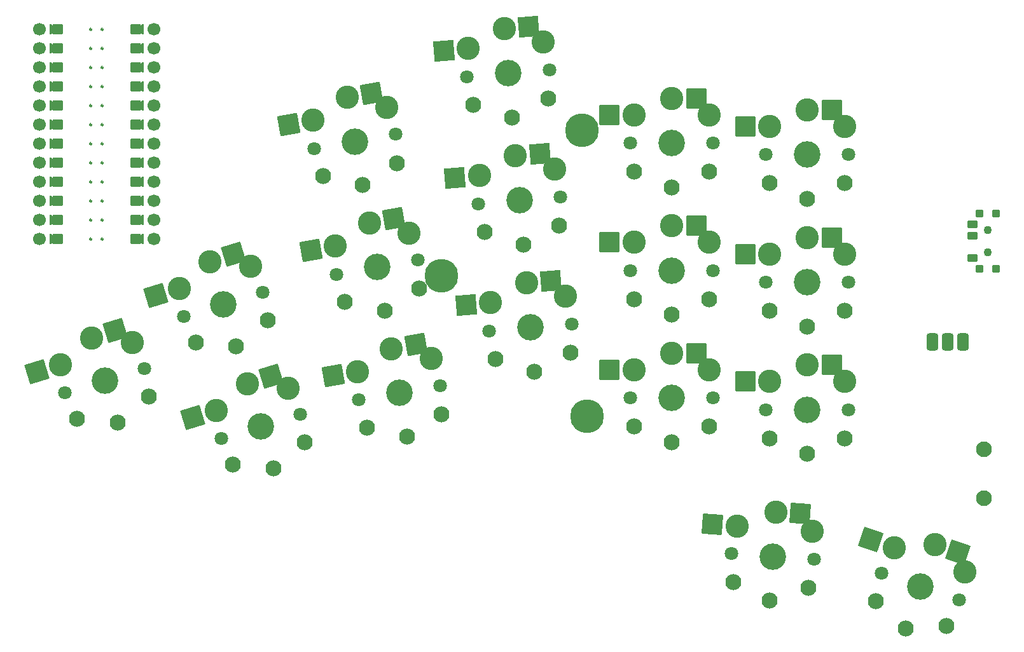
<source format=gts>
%TF.GenerationSoftware,KiCad,Pcbnew,(6.0.4-0)*%
%TF.CreationDate,2022-06-10T10:13:31+02:00*%
%TF.ProjectId,basbousa,62617362-6f75-4736-912e-6b696361645f,v1.0.0*%
%TF.SameCoordinates,Original*%
%TF.FileFunction,Soldermask,Top*%
%TF.FilePolarity,Negative*%
%FSLAX46Y46*%
G04 Gerber Fmt 4.6, Leading zero omitted, Abs format (unit mm)*
G04 Created by KiCad (PCBNEW (6.0.4-0)) date 2022-06-10 10:13:31*
%MOMM*%
%LPD*%
G01*
G04 APERTURE LIST*
G04 Aperture macros list*
%AMRoundRect*
0 Rectangle with rounded corners*
0 $1 Rounding radius*
0 $2 $3 $4 $5 $6 $7 $8 $9 X,Y pos of 4 corners*
0 Add a 4 corners polygon primitive as box body*
4,1,4,$2,$3,$4,$5,$6,$7,$8,$9,$2,$3,0*
0 Add four circle primitives for the rounded corners*
1,1,$1+$1,$2,$3*
1,1,$1+$1,$4,$5*
1,1,$1+$1,$6,$7*
1,1,$1+$1,$8,$9*
0 Add four rect primitives between the rounded corners*
20,1,$1+$1,$2,$3,$4,$5,0*
20,1,$1+$1,$4,$5,$6,$7,0*
20,1,$1+$1,$6,$7,$8,$9,0*
20,1,$1+$1,$8,$9,$2,$3,0*%
%AMFreePoly0*
4,1,14,0.035355,0.435355,0.635355,-0.164645,0.650000,-0.200000,0.650000,-0.400000,0.635355,-0.435355,0.600000,-0.450000,-0.600000,-0.450000,-0.635355,-0.435355,-0.650000,-0.400000,-0.650000,-0.200000,-0.635355,-0.164645,-0.035355,0.435355,0.000000,0.450000,0.035355,0.435355,0.035355,0.435355,$1*%
%AMFreePoly1*
4,1,16,0.635355,0.285355,0.650000,0.250000,0.650000,-1.000000,0.635355,-1.035355,0.600000,-1.050000,0.564645,-1.035355,0.000000,-0.470710,-0.564645,-1.035355,-0.600000,-1.050000,-0.635355,-1.035355,-0.650000,-1.000000,-0.650000,0.250000,-0.635355,0.285355,-0.600000,0.300000,0.600000,0.300000,0.635355,0.285355,0.635355,0.285355,$1*%
G04 Aperture macros list end*
%ADD10C,0.250000*%
%ADD11C,0.100000*%
%ADD12RoundRect,0.050000X-0.450000X0.450000X-0.450000X-0.450000X0.450000X-0.450000X0.450000X0.450000X0*%
%ADD13RoundRect,0.050000X-0.625000X0.450000X-0.625000X-0.450000X0.625000X-0.450000X0.625000X0.450000X0*%
%ADD14RoundRect,0.425000X-0.375000X-0.750000X0.375000X-0.750000X0.375000X0.750000X-0.375000X0.750000X0*%
%ADD15C,2.100000*%
%ADD16C,3.100000*%
%ADD17C,1.801800*%
%ADD18C,3.529000*%
%ADD19RoundRect,0.050000X-1.054507X-1.505993X1.505993X-1.054507X1.054507X1.505993X-1.505993X1.054507X0*%
%ADD20C,2.132000*%
%ADD21RoundRect,0.050000X-1.181751X-1.408356X1.408356X-1.181751X1.181751X1.408356X-1.408356X1.181751X0*%
%ADD22RoundRect,0.050000X-1.300000X-1.300000X1.300000X-1.300000X1.300000X1.300000X-1.300000X1.300000X0*%
%ADD23RoundRect,0.050000X-1.652413X-0.805936X0.805936X-1.652413X1.652413X0.805936X-0.805936X1.652413X0*%
%ADD24C,1.100000*%
%ADD25RoundRect,0.050000X-0.863113X-1.623279X1.623279X-0.863113X0.863113X1.623279X-1.623279X0.863113X0*%
%ADD26C,4.500000*%
%ADD27RoundRect,0.050000X-1.387517X-1.206150X1.206150X-1.387517X1.387517X1.206150X-1.206150X1.387517X0*%
%ADD28FreePoly0,270.000000*%
%ADD29C,1.700000*%
%ADD30FreePoly0,90.000000*%
%ADD31FreePoly1,90.000000*%
%ADD32FreePoly1,270.000000*%
G04 APERTURE END LIST*
D10*
%TO.C,*%
X39495000Y114808000D02*
G75*
G03*
X39495000Y114808000I-125000J0D01*
G01*
X37971000Y99568000D02*
G75*
G03*
X37971000Y99568000I-125000J0D01*
G01*
X39495000Y107188000D02*
G75*
G03*
X39495000Y107188000I-125000J0D01*
G01*
X37971000Y97028000D02*
G75*
G03*
X37971000Y97028000I-125000J0D01*
G01*
X39495000Y99568000D02*
G75*
G03*
X39495000Y99568000I-125000J0D01*
G01*
X39495000Y91948000D02*
G75*
G03*
X39495000Y91948000I-125000J0D01*
G01*
X37971000Y107188000D02*
G75*
G03*
X37971000Y107188000I-125000J0D01*
G01*
X39495000Y94488000D02*
G75*
G03*
X39495000Y94488000I-125000J0D01*
G01*
X37971000Y94488000D02*
G75*
G03*
X37971000Y94488000I-125000J0D01*
G01*
X39495000Y109728000D02*
G75*
G03*
X39495000Y109728000I-125000J0D01*
G01*
X39495000Y117348000D02*
G75*
G03*
X39495000Y117348000I-125000J0D01*
G01*
X39495000Y104648000D02*
G75*
G03*
X39495000Y104648000I-125000J0D01*
G01*
X37971000Y119888000D02*
G75*
G03*
X37971000Y119888000I-125000J0D01*
G01*
X37971000Y112268000D02*
G75*
G03*
X37971000Y112268000I-125000J0D01*
G01*
X37971000Y117348000D02*
G75*
G03*
X37971000Y117348000I-125000J0D01*
G01*
X39495000Y102108000D02*
G75*
G03*
X39495000Y102108000I-125000J0D01*
G01*
X39495000Y97028000D02*
G75*
G03*
X39495000Y97028000I-125000J0D01*
G01*
X39495000Y119888000D02*
G75*
G03*
X39495000Y119888000I-125000J0D01*
G01*
X37971000Y109728000D02*
G75*
G03*
X37971000Y109728000I-125000J0D01*
G01*
X37971000Y102108000D02*
G75*
G03*
X37971000Y102108000I-125000J0D01*
G01*
X37971000Y114808000D02*
G75*
G03*
X37971000Y114808000I-125000J0D01*
G01*
X39495000Y112268000D02*
G75*
G03*
X39495000Y112268000I-125000J0D01*
G01*
X37971000Y104648000D02*
G75*
G03*
X37971000Y104648000I-125000J0D01*
G01*
X37971000Y91948000D02*
G75*
G03*
X37971000Y91948000I-125000J0D01*
G01*
G36*
X44704000Y104140000D02*
G01*
X43688000Y104140000D01*
X43688000Y105156000D01*
X44704000Y105156000D01*
X44704000Y104140000D01*
G37*
D11*
X44704000Y104140000D02*
X43688000Y104140000D01*
X43688000Y105156000D01*
X44704000Y105156000D01*
X44704000Y104140000D01*
G36*
X44704000Y93980000D02*
G01*
X43688000Y93980000D01*
X43688000Y94996000D01*
X44704000Y94996000D01*
X44704000Y93980000D01*
G37*
X44704000Y93980000D02*
X43688000Y93980000D01*
X43688000Y94996000D01*
X44704000Y94996000D01*
X44704000Y93980000D01*
G36*
X33528000Y101600000D02*
G01*
X32512000Y101600000D01*
X32512000Y102616000D01*
X33528000Y102616000D01*
X33528000Y101600000D01*
G37*
X33528000Y101600000D02*
X32512000Y101600000D01*
X32512000Y102616000D01*
X33528000Y102616000D01*
X33528000Y101600000D01*
G36*
X33528000Y119380000D02*
G01*
X32512000Y119380000D01*
X32512000Y120396000D01*
X33528000Y120396000D01*
X33528000Y119380000D01*
G37*
X33528000Y119380000D02*
X32512000Y119380000D01*
X32512000Y120396000D01*
X33528000Y120396000D01*
X33528000Y119380000D01*
G36*
X44704000Y91440000D02*
G01*
X43688000Y91440000D01*
X43688000Y92456000D01*
X44704000Y92456000D01*
X44704000Y91440000D01*
G37*
X44704000Y91440000D02*
X43688000Y91440000D01*
X43688000Y92456000D01*
X44704000Y92456000D01*
X44704000Y91440000D01*
G36*
X33528000Y116840000D02*
G01*
X32512000Y116840000D01*
X32512000Y117856000D01*
X33528000Y117856000D01*
X33528000Y116840000D01*
G37*
X33528000Y116840000D02*
X32512000Y116840000D01*
X32512000Y117856000D01*
X33528000Y117856000D01*
X33528000Y116840000D01*
G36*
X44704000Y99060000D02*
G01*
X43688000Y99060000D01*
X43688000Y100076000D01*
X44704000Y100076000D01*
X44704000Y99060000D01*
G37*
X44704000Y99060000D02*
X43688000Y99060000D01*
X43688000Y100076000D01*
X44704000Y100076000D01*
X44704000Y99060000D01*
G36*
X33528000Y104140000D02*
G01*
X32512000Y104140000D01*
X32512000Y105156000D01*
X33528000Y105156000D01*
X33528000Y104140000D01*
G37*
X33528000Y104140000D02*
X32512000Y104140000D01*
X32512000Y105156000D01*
X33528000Y105156000D01*
X33528000Y104140000D01*
G36*
X33528000Y99060000D02*
G01*
X32512000Y99060000D01*
X32512000Y100076000D01*
X33528000Y100076000D01*
X33528000Y99060000D01*
G37*
X33528000Y99060000D02*
X32512000Y99060000D01*
X32512000Y100076000D01*
X33528000Y100076000D01*
X33528000Y99060000D01*
G36*
X33528000Y106680000D02*
G01*
X32512000Y106680000D01*
X32512000Y107696000D01*
X33528000Y107696000D01*
X33528000Y106680000D01*
G37*
X33528000Y106680000D02*
X32512000Y106680000D01*
X32512000Y107696000D01*
X33528000Y107696000D01*
X33528000Y106680000D01*
G36*
X44704000Y114300000D02*
G01*
X43688000Y114300000D01*
X43688000Y115316000D01*
X44704000Y115316000D01*
X44704000Y114300000D01*
G37*
X44704000Y114300000D02*
X43688000Y114300000D01*
X43688000Y115316000D01*
X44704000Y115316000D01*
X44704000Y114300000D01*
G36*
X44704000Y109220000D02*
G01*
X43688000Y109220000D01*
X43688000Y110236000D01*
X44704000Y110236000D01*
X44704000Y109220000D01*
G37*
X44704000Y109220000D02*
X43688000Y109220000D01*
X43688000Y110236000D01*
X44704000Y110236000D01*
X44704000Y109220000D01*
G36*
X33528000Y96520000D02*
G01*
X32512000Y96520000D01*
X32512000Y97536000D01*
X33528000Y97536000D01*
X33528000Y96520000D01*
G37*
X33528000Y96520000D02*
X32512000Y96520000D01*
X32512000Y97536000D01*
X33528000Y97536000D01*
X33528000Y96520000D01*
G36*
X44704000Y111760000D02*
G01*
X43688000Y111760000D01*
X43688000Y112776000D01*
X44704000Y112776000D01*
X44704000Y111760000D01*
G37*
X44704000Y111760000D02*
X43688000Y111760000D01*
X43688000Y112776000D01*
X44704000Y112776000D01*
X44704000Y111760000D01*
G36*
X44704000Y96520000D02*
G01*
X43688000Y96520000D01*
X43688000Y97536000D01*
X44704000Y97536000D01*
X44704000Y96520000D01*
G37*
X44704000Y96520000D02*
X43688000Y96520000D01*
X43688000Y97536000D01*
X44704000Y97536000D01*
X44704000Y96520000D01*
G36*
X33528000Y93980000D02*
G01*
X32512000Y93980000D01*
X32512000Y94996000D01*
X33528000Y94996000D01*
X33528000Y93980000D01*
G37*
X33528000Y93980000D02*
X32512000Y93980000D01*
X32512000Y94996000D01*
X33528000Y94996000D01*
X33528000Y93980000D01*
G36*
X33528000Y109220000D02*
G01*
X32512000Y109220000D01*
X32512000Y110236000D01*
X33528000Y110236000D01*
X33528000Y109220000D01*
G37*
X33528000Y109220000D02*
X32512000Y109220000D01*
X32512000Y110236000D01*
X33528000Y110236000D01*
X33528000Y109220000D01*
G36*
X44704000Y116840000D02*
G01*
X43688000Y116840000D01*
X43688000Y117856000D01*
X44704000Y117856000D01*
X44704000Y116840000D01*
G37*
X44704000Y116840000D02*
X43688000Y116840000D01*
X43688000Y117856000D01*
X44704000Y117856000D01*
X44704000Y116840000D01*
G36*
X33528000Y91440000D02*
G01*
X32512000Y91440000D01*
X32512000Y92456000D01*
X33528000Y92456000D01*
X33528000Y91440000D01*
G37*
X33528000Y91440000D02*
X32512000Y91440000D01*
X32512000Y92456000D01*
X33528000Y92456000D01*
X33528000Y91440000D01*
G36*
X33528000Y111760000D02*
G01*
X32512000Y111760000D01*
X32512000Y112776000D01*
X33528000Y112776000D01*
X33528000Y111760000D01*
G37*
X33528000Y111760000D02*
X32512000Y111760000D01*
X32512000Y112776000D01*
X33528000Y112776000D01*
X33528000Y111760000D01*
G36*
X33528000Y114300000D02*
G01*
X32512000Y114300000D01*
X32512000Y115316000D01*
X33528000Y115316000D01*
X33528000Y114300000D01*
G37*
X33528000Y114300000D02*
X32512000Y114300000D01*
X32512000Y115316000D01*
X33528000Y115316000D01*
X33528000Y114300000D01*
G36*
X44704000Y119380000D02*
G01*
X43688000Y119380000D01*
X43688000Y120396000D01*
X44704000Y120396000D01*
X44704000Y119380000D01*
G37*
X44704000Y119380000D02*
X43688000Y119380000D01*
X43688000Y120396000D01*
X44704000Y120396000D01*
X44704000Y119380000D01*
G36*
X44704000Y106680000D02*
G01*
X43688000Y106680000D01*
X43688000Y107696000D01*
X44704000Y107696000D01*
X44704000Y106680000D01*
G37*
X44704000Y106680000D02*
X43688000Y106680000D01*
X43688000Y107696000D01*
X44704000Y107696000D01*
X44704000Y106680000D01*
G36*
X44704000Y101600000D02*
G01*
X43688000Y101600000D01*
X43688000Y102616000D01*
X44704000Y102616000D01*
X44704000Y101600000D01*
G37*
X44704000Y101600000D02*
X43688000Y101600000D01*
X43688000Y102616000D01*
X44704000Y102616000D01*
X44704000Y101600000D01*
%TD*%
D12*
%TO.C,T1*%
X156169000Y87958000D03*
X158369000Y95358000D03*
X158369000Y87958000D03*
X156169000Y95358000D03*
D13*
X155194000Y89408000D03*
X155194000Y92408000D03*
X155194000Y93908000D03*
%TD*%
D14*
%TO.C,PAD1*%
X149924000Y78232000D03*
X153924000Y78232000D03*
X151924000Y78232000D03*
%TD*%
D15*
%TO.C,B1*%
X156718000Y63956000D03*
X156718000Y57456000D03*
%TD*%
D16*
%TO.C,S11*%
X77280377Y109514099D03*
X71974312Y110812436D03*
D17*
X78423962Y105907895D03*
X67591076Y103997765D03*
D18*
X73007519Y104952830D03*
D16*
X67432300Y107777617D03*
D19*
X75199557Y111381133D03*
D20*
X78591421Y102078801D03*
X68743343Y100342320D03*
D19*
X64207053Y107208920D03*
D20*
X74032043Y99142464D03*
%TD*%
D17*
%TO.C,S15*%
X100384204Y97593524D03*
D18*
X94905133Y97114167D03*
D16*
X89597326Y100414117D03*
X99559273Y101285675D03*
D17*
X89426062Y96634810D03*
D16*
X94386556Y103041525D03*
D20*
X100217298Y93764406D03*
D21*
X97649093Y103326959D03*
D20*
X90255351Y92892848D03*
X95419352Y91236618D03*
D21*
X86334787Y100128683D03*
%TD*%
D17*
%TO.C,S21*%
X109677087Y87761017D03*
D18*
X115177087Y87761017D03*
D17*
X120677087Y87761017D03*
D16*
X110177087Y91511016D03*
X120177087Y91511016D03*
X115177087Y93711017D03*
D22*
X118452086Y93711016D03*
D20*
X120177087Y83961017D03*
X110177087Y83961017D03*
D22*
X106902086Y91511017D03*
D20*
X115177087Y81861017D03*
%TD*%
D22*
%TO.C,S29*%
X124967546Y106973000D03*
D20*
X133242547Y97323000D03*
D22*
X136517546Y109172999D03*
D20*
X138242547Y99423000D03*
X128242547Y99423000D03*
D16*
X138242547Y106972999D03*
D18*
X133242547Y103223000D03*
D17*
X138742547Y103223000D03*
D16*
X128242547Y106972999D03*
D17*
X127742547Y103223000D03*
D16*
X133242547Y109173000D03*
%TD*%
%TO.C,S33*%
X154231706Y47565995D03*
X150220364Y51273978D03*
D17*
X143082881Y47438767D03*
X153483585Y43857517D03*
D18*
X148283233Y45648142D03*
D16*
X144776520Y50821676D03*
D20*
X142318481Y43683012D03*
X151773667Y40427331D03*
D23*
X153316936Y50207741D03*
D20*
X146362381Y40069582D03*
D23*
X141679946Y51887913D03*
%TD*%
D17*
%TO.C,S7*%
X73495114Y70514301D03*
D16*
X73336338Y74294153D03*
D18*
X78911557Y71469366D03*
D17*
X84328000Y72424431D03*
D16*
X83184415Y76030635D03*
X77878350Y77328972D03*
D19*
X81103595Y77897669D03*
D20*
X74647381Y66858856D03*
X84495459Y68595337D03*
X79936081Y65659000D03*
D19*
X70111091Y73725456D03*
%TD*%
D24*
%TO.C,T2*%
X157269000Y93158000D03*
X157269000Y90158000D03*
%TD*%
D17*
%TO.C,S1*%
X34441966Y71498602D03*
X44961318Y74714690D03*
D16*
X37962030Y78796659D03*
D18*
X39701642Y73106646D03*
D16*
X43386772Y78154646D03*
X33823725Y75230929D03*
D25*
X41093928Y79754175D03*
D20*
X36031131Y68010829D03*
X45594178Y70934546D03*
X41426635Y67464448D03*
D25*
X30691825Y74273413D03*
%TD*%
D16*
%TO.C,S5*%
X49608478Y85393935D03*
D17*
X60746071Y84877696D03*
D16*
X53746783Y88959665D03*
D18*
X55486395Y83269652D03*
D17*
X50226719Y81661608D03*
D16*
X59171525Y88317652D03*
D20*
X51815884Y78173835D03*
D25*
X56878681Y89917181D03*
D20*
X61378931Y81097552D03*
D25*
X46476578Y84436419D03*
D20*
X57211388Y77627454D03*
%TD*%
%TO.C,S27*%
X133242547Y80323000D03*
D22*
X124967546Y89973000D03*
D20*
X128242547Y82423000D03*
X138242547Y82423000D03*
D22*
X136517546Y92172999D03*
D16*
X133242547Y92173000D03*
D17*
X138742547Y86223000D03*
D16*
X138242547Y89972999D03*
D18*
X133242547Y86223000D03*
D16*
X128242547Y89972999D03*
D17*
X127742547Y86223000D03*
%TD*%
D16*
%TO.C,S9*%
X80232396Y92772367D03*
D17*
X70543095Y87256033D03*
X81375981Y89166163D03*
D16*
X74926331Y94070704D03*
D18*
X75959538Y88211098D03*
D16*
X70384319Y91035885D03*
D20*
X71695362Y83600588D03*
X81543440Y85337069D03*
D19*
X78151576Y94639401D03*
X67159072Y90467188D03*
D20*
X76984062Y82400732D03*
%TD*%
D16*
%TO.C,S13*%
X101040921Y84350365D03*
D18*
X96386781Y80178857D03*
D17*
X101865852Y80658214D03*
X90907710Y79699500D03*
D16*
X91078974Y83478807D03*
X95868204Y86106215D03*
D21*
X99130741Y86391649D03*
D20*
X91736999Y75957538D03*
X101698946Y76829096D03*
X96901000Y74301308D03*
D21*
X87816435Y83193373D03*
%TD*%
D16*
%TO.C,S17*%
X98077626Y118220985D03*
X88115679Y117349427D03*
D17*
X87944415Y113570120D03*
D16*
X92904909Y119976835D03*
D18*
X93423486Y114049477D03*
D17*
X98902557Y114528834D03*
D20*
X88773704Y109828158D03*
D21*
X96167446Y120262269D03*
D20*
X98735651Y110699716D03*
X93937705Y108171928D03*
D21*
X84853140Y117063993D03*
%TD*%
D26*
%TO.C,REF\u002A\u002A*%
X84536369Y87040631D03*
X103251000Y106420198D03*
X103915936Y68326000D03*
%TD*%
D17*
%TO.C,S31*%
X134107692Y49264790D03*
D16*
X123894856Y53738098D03*
D17*
X123134488Y50032112D03*
D16*
X129036141Y55583957D03*
D18*
X128621090Y49648451D03*
D16*
X133870497Y53040533D03*
D27*
X132303162Y55355504D03*
D20*
X133343836Y45508925D03*
X123368195Y46206490D03*
D27*
X120627833Y53966551D03*
D20*
X128209527Y43762823D03*
%TD*%
D16*
%TO.C,S3*%
X58717102Y72702484D03*
X54578797Y69136754D03*
X64141844Y72060471D03*
D17*
X65716390Y68620515D03*
D18*
X60456714Y67012471D03*
D17*
X55197038Y65404427D03*
D20*
X56786203Y61916654D03*
D25*
X61849000Y73660000D03*
D20*
X66349250Y64840371D03*
X62181707Y61370273D03*
D25*
X51446897Y68179238D03*
%TD*%
D16*
%TO.C,S23*%
X110177087Y108511016D03*
X120177087Y108511016D03*
X115177087Y110711017D03*
D17*
X109677087Y104761017D03*
X120677087Y104761017D03*
D18*
X115177087Y104761017D03*
D20*
X110177087Y100961017D03*
D22*
X118452086Y110711016D03*
D20*
X120177087Y100961017D03*
D22*
X106902086Y108511017D03*
D20*
X115177087Y98861017D03*
%TD*%
%TO.C,S25*%
X133242547Y63323000D03*
D22*
X124967546Y72973000D03*
D20*
X128242547Y65423000D03*
D22*
X136517546Y75172999D03*
D20*
X138242547Y65423000D03*
D17*
X127742547Y69223000D03*
D16*
X138242547Y72972999D03*
X133242547Y75173000D03*
D17*
X138742547Y69223000D03*
D16*
X128242547Y72972999D03*
D18*
X133242547Y69223000D03*
%TD*%
D16*
%TO.C,S19*%
X110177087Y74511016D03*
D17*
X120677087Y70761017D03*
D16*
X115177087Y76711017D03*
D18*
X115177087Y70761017D03*
D16*
X120177087Y74511016D03*
D17*
X109677087Y70761017D03*
D20*
X110177087Y66961017D03*
D22*
X118452086Y76711016D03*
D20*
X120177087Y66961017D03*
X115177087Y64861017D03*
D22*
X106902086Y74511017D03*
%TD*%
D28*
%TO.C,*%
X32766000Y119888000D03*
D29*
X46228000Y99568000D03*
X46228000Y91948000D03*
X30988000Y97028000D03*
X30988000Y112268000D03*
X46228000Y104648000D03*
D28*
X32766000Y91948000D03*
X32766000Y114808000D03*
X32766000Y109728000D03*
D29*
X46228000Y102108000D03*
D28*
X32766000Y104648000D03*
D30*
X44450000Y119888000D03*
D29*
X30988000Y104648000D03*
D30*
X44450000Y117348000D03*
D29*
X30988000Y94488000D03*
X30988000Y102108000D03*
D28*
X32766000Y112268000D03*
D30*
X44450000Y97028000D03*
D29*
X46228000Y94488000D03*
X30988000Y99568000D03*
X30988000Y114808000D03*
X30988000Y109728000D03*
X46228000Y112268000D03*
D30*
X44450000Y112268000D03*
D28*
X32766000Y117348000D03*
D30*
X44450000Y91948000D03*
X44450000Y104648000D03*
D29*
X30988000Y119888000D03*
D30*
X44450000Y109728000D03*
D29*
X46228000Y119888000D03*
X46228000Y117348000D03*
D28*
X32766000Y107188000D03*
X32766000Y102108000D03*
D29*
X46228000Y97028000D03*
X46228000Y114808000D03*
D30*
X44450000Y94488000D03*
X44450000Y102108000D03*
D29*
X30988000Y91948000D03*
D28*
X32766000Y97028000D03*
D30*
X44450000Y99568000D03*
D29*
X30988000Y107188000D03*
X46228000Y109728000D03*
D30*
X44450000Y107188000D03*
D29*
X30988000Y117348000D03*
D30*
X44450000Y114808000D03*
D28*
X32766000Y94488000D03*
X32766000Y99568000D03*
D29*
X46228000Y107188000D03*
D31*
X43434000Y119888000D03*
X43434000Y117348000D03*
X43434000Y114808000D03*
X43434000Y112268000D03*
X43434000Y109728000D03*
X43434000Y107188000D03*
X43434000Y104648000D03*
X43434000Y102108000D03*
X43434000Y99568000D03*
X43434000Y97028000D03*
X43434000Y94488000D03*
X43434000Y91948000D03*
D32*
X33782000Y91948000D03*
X33782000Y94488000D03*
X33782000Y97028000D03*
X33782000Y99568000D03*
X33782000Y102108000D03*
X33782000Y104648000D03*
X33782000Y107188000D03*
X33782000Y109728000D03*
X33782000Y112268000D03*
X33782000Y114808000D03*
X33782000Y117348000D03*
X33782000Y119888000D03*
%TD*%
M02*

</source>
